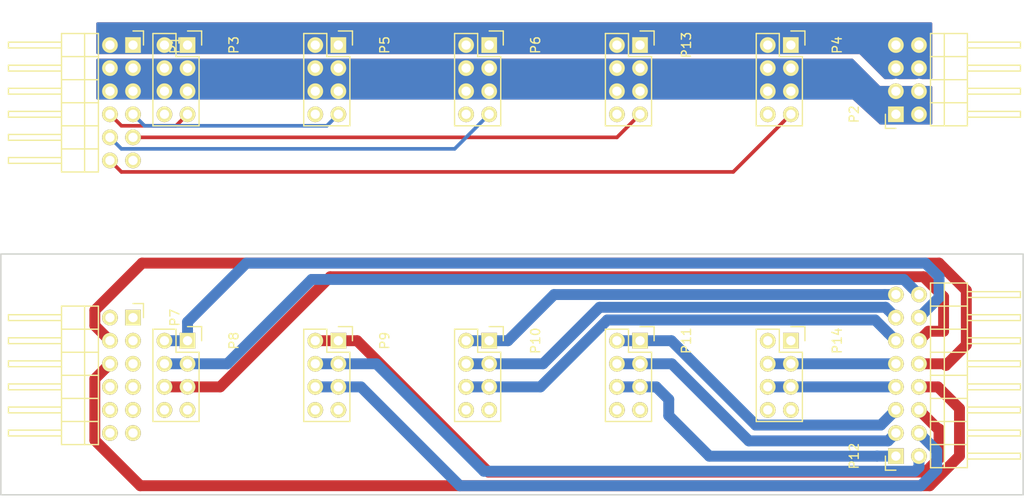
<source format=kicad_pcb>
(kicad_pcb (version 4) (host pcbnew 4.0.4-stable)

  (general
    (links 77)
    (no_connects 31)
    (area 43.674999 62.924999 156.325001 89.575001)
    (thickness 1.6)
    (drawings 8)
    (tracks 115)
    (zones 0)
    (modules 14)
    (nets 24)
  )

  (page A4)
  (layers
    (0 F.Cu signal)
    (31 B.Cu signal)
    (32 B.Adhes user)
    (33 F.Adhes user)
    (34 B.Paste user)
    (35 F.Paste user)
    (36 B.SilkS user)
    (37 F.SilkS user)
    (38 B.Mask user)
    (39 F.Mask user)
    (40 Dwgs.User user)
    (41 Cmts.User user)
    (42 Eco1.User user)
    (43 Eco2.User user)
    (44 Edge.Cuts user)
    (45 Margin user)
    (46 B.CrtYd user)
    (47 F.CrtYd user)
    (48 B.Fab user)
    (49 F.Fab user)
  )

  (setup
    (last_trace_width 1.2)
    (trace_clearance 0.2)
    (zone_clearance 0.508)
    (zone_45_only no)
    (trace_min 0.2)
    (segment_width 0.2)
    (edge_width 0.15)
    (via_size 0.6)
    (via_drill 0.4)
    (via_min_size 0.4)
    (via_min_drill 0.3)
    (uvia_size 0.3)
    (uvia_drill 0.1)
    (uvias_allowed no)
    (uvia_min_size 0.2)
    (uvia_min_drill 0.1)
    (pcb_text_width 0.3)
    (pcb_text_size 1.5 1.5)
    (mod_edge_width 0.15)
    (mod_text_size 1 1)
    (mod_text_width 0.15)
    (pad_size 1.7272 1.7272)
    (pad_drill 1.016)
    (pad_to_mask_clearance 0.2)
    (aux_axis_origin 0 0)
    (visible_elements 7FFFEFFF)
    (pcbplotparams
      (layerselection 0x00030_80000001)
      (usegerberextensions false)
      (excludeedgelayer true)
      (linewidth 0.100000)
      (plotframeref false)
      (viasonmask false)
      (mode 1)
      (useauxorigin false)
      (hpglpennumber 1)
      (hpglpenspeed 20)
      (hpglpendiameter 15)
      (hpglpenoverlay 2)
      (psnegative false)
      (psa4output false)
      (plotreference true)
      (plotvalue true)
      (plotinvisibletext false)
      (padsonsilk false)
      (subtractmaskfromsilk false)
      (outputformat 1)
      (mirror false)
      (drillshape 1)
      (scaleselection 1)
      (outputdirectory ""))
  )

  (net 0 "")
  (net 1 /CH_5)
  (net 2 /CH_3)
  (net 3 /CH_4)
  (net 4 /CH_1)
  (net 5 /CH_2)
  (net 6 GND)
  (net 7 /V_BAT+)
  (net 8 /A1)
  (net 9 /A2)
  (net 10 /A3)
  (net 11 /B1)
  (net 12 /B2)
  (net 13 /B3)
  (net 14 /C1)
  (net 15 /C2)
  (net 16 /C3)
  (net 17 /D1)
  (net 18 /D2)
  (net 19 /D3)
  (net 20 /LED1+)
  (net 21 /LED1-)
  (net 22 /SCL)
  (net 23 /SDA)

  (net_class Default "This is the default net class."
    (clearance 0.2)
    (trace_width 1.2)
    (via_dia 0.6)
    (via_drill 0.4)
    (uvia_dia 0.3)
    (uvia_drill 0.1)
    (add_net /A1)
    (add_net /A2)
    (add_net /A3)
    (add_net /B1)
    (add_net /B2)
    (add_net /B3)
    (add_net /C1)
    (add_net /C2)
    (add_net /C3)
    (add_net /CH_1)
    (add_net /CH_2)
    (add_net /CH_3)
    (add_net /CH_4)
    (add_net /CH_5)
    (add_net /D1)
    (add_net /D2)
    (add_net /D3)
    (add_net /LED1+)
    (add_net /LED1-)
    (add_net /SCL)
    (add_net /SDA)
    (add_net /V_BAT+)
    (add_net GND)
  )

  (module "KiCad_Footprint:FCI 68021-412HLF_02x06" locked (layer F.Cu) (tedit 580C2C3E) (tstamp 580CE40F)
    (at 58.29 40 270)
    (descr "Through hole socket strip")
    (tags "socket strip")
    (path /580CE124)
    (fp_text reference P1 (at 0 -4.6 270) (layer F.SilkS)
      (effects (font (size 1 1) (thickness 0.15)))
    )
    (fp_text value CONN_02X06 (at 0 -2.6 270) (layer F.Fab)
      (effects (font (size 1 1) (thickness 0.15)))
    )
    (fp_line (start 0.32 13.71) (end 0.32 7.87) (layer F.SilkS) (width 0.15))
    (fp_line (start -0.32 13.71) (end 0.32 13.71) (layer F.SilkS) (width 0.15))
    (fp_line (start -0.32 7.87) (end -0.32 13.71) (layer F.SilkS) (width 0.15))
    (fp_line (start -1.27 7.87) (end 13.97 7.87) (layer F.SilkS) (width 0.15))
    (fp_line (start -1.27 5.33) (end 13.97 5.33) (layer F.SilkS) (width 0.15))
    (fp_line (start -1.75 -1.35) (end -1.75 14) (layer F.CrtYd) (width 0.05))
    (fp_line (start 14.45 -1.35) (end 14.45 14) (layer F.CrtYd) (width 0.05))
    (fp_line (start -1.75 -1.35) (end 14.45 -1.35) (layer F.CrtYd) (width 0.05))
    (fp_line (start -1.75 14) (end 14.45 14) (layer F.CrtYd) (width 0.05))
    (fp_line (start 11.43 3.81) (end 13.97 3.81) (layer F.SilkS) (width 0.15))
    (fp_line (start 13.97 3.81) (end 13.97 7.87) (layer F.SilkS) (width 0.15))
    (fp_line (start 8.89 3.81) (end 11.43 3.81) (layer F.SilkS) (width 0.15))
    (fp_line (start 11.43 7.87) (end 11.43 3.81) (layer F.SilkS) (width 0.15))
    (fp_line (start 6.35 3.81) (end 8.89 3.81) (layer F.SilkS) (width 0.15))
    (fp_line (start 8.89 3.81) (end 8.89 7.87) (layer F.SilkS) (width 0.15))
    (fp_line (start 3.81 3.81) (end 6.35 3.81) (layer F.SilkS) (width 0.15))
    (fp_line (start 6.35 7.87) (end 6.35 3.81) (layer F.SilkS) (width 0.15))
    (fp_line (start 1.27 3.81) (end 3.81 3.81) (layer F.SilkS) (width 0.15))
    (fp_line (start 3.81 3.81) (end 3.81 7.87) (layer F.SilkS) (width 0.15))
    (fp_line (start 1.27 3.81) (end 1.27 7.87) (layer F.SilkS) (width 0.15))
    (fp_line (start -1.27 3.81) (end 1.27 3.81) (layer F.SilkS) (width 0.15))
    (fp_line (start 0 -1.15) (end -1.55 -1.15) (layer F.SilkS) (width 0.15))
    (fp_line (start -1.55 -1.15) (end -1.55 0) (layer F.SilkS) (width 0.15))
    (fp_line (start -1.27 3.81) (end -1.27 7.87) (layer F.SilkS) (width 0.15))
    (fp_line (start 2.86 13.71) (end 2.86 7.87) (layer F.SilkS) (width 0.15))
    (fp_line (start 5.4 13.71) (end 5.4 7.87) (layer F.SilkS) (width 0.15))
    (fp_line (start 7.94 13.71) (end 7.94 7.87) (layer F.SilkS) (width 0.15))
    (fp_line (start 10.48 13.71) (end 10.48 7.87) (layer F.SilkS) (width 0.15))
    (fp_line (start 13.02 13.71) (end 13.02 7.87) (layer F.SilkS) (width 0.15))
    (fp_line (start 2.22 7.87) (end 2.22 13.71) (layer F.SilkS) (width 0.15))
    (fp_line (start 4.76 7.87) (end 4.76 13.71) (layer F.SilkS) (width 0.15))
    (fp_line (start 7.3 7.87) (end 7.3 13.71) (layer F.SilkS) (width 0.15))
    (fp_line (start 9.84 7.87) (end 9.84 13.71) (layer F.SilkS) (width 0.15))
    (fp_line (start 12.38 7.87) (end 12.38 13.71) (layer F.SilkS) (width 0.15))
    (fp_line (start 2.22 13.71) (end 2.86 13.71) (layer F.SilkS) (width 0.15))
    (fp_line (start 4.76 13.71) (end 5.4 13.71) (layer F.SilkS) (width 0.15))
    (fp_line (start 7.3 13.71) (end 7.94 13.71) (layer F.SilkS) (width 0.15))
    (fp_line (start 9.84 13.71) (end 10.48 13.71) (layer F.SilkS) (width 0.15))
    (fp_line (start 12.38 13.71) (end 13.02 13.71) (layer F.SilkS) (width 0.15))
    (pad 1 thru_hole rect (at 0 0 270) (size 1.7272 1.7272) (drill 1.016) (layers *.Cu *.Mask F.SilkS)
      (net 7 /V_BAT+))
    (pad 2 thru_hole oval (at 0 2.54 270) (size 1.7272 1.7272) (drill 1.016) (layers *.Cu *.Mask F.SilkS)
      (net 7 /V_BAT+))
    (pad 3 thru_hole oval (at 2.54 0 270) (size 1.7272 1.7272) (drill 1.016) (layers *.Cu *.Mask F.SilkS)
      (net 6 GND))
    (pad 4 thru_hole oval (at 2.54 2.54 270) (size 1.7272 1.7272) (drill 1.016) (layers *.Cu *.Mask F.SilkS)
      (net 6 GND))
    (pad 5 thru_hole oval (at 5.08 0 270) (size 1.7272 1.7272) (drill 1.016) (layers *.Cu *.Mask F.SilkS)
      (net 6 GND))
    (pad 6 thru_hole oval (at 5.08 2.54 270) (size 1.7272 1.7272) (drill 1.016) (layers *.Cu *.Mask F.SilkS)
      (net 6 GND))
    (pad 7 thru_hole oval (at 7.62 0 270) (size 1.7272 1.7272) (drill 1.016) (layers *.Cu *.Mask F.SilkS)
      (net 5 /CH_2))
    (pad 8 thru_hole oval (at 7.62 2.54 270) (size 1.7272 1.7272) (drill 1.016) (layers *.Cu *.Mask F.SilkS)
      (net 4 /CH_1))
    (pad 9 thru_hole oval (at 10.16 0 270) (size 1.7272 1.7272) (drill 1.016) (layers *.Cu *.Mask F.SilkS)
      (net 3 /CH_4))
    (pad 10 thru_hole oval (at 10.16 2.54 270) (size 1.7272 1.7272) (drill 1.016) (layers *.Cu *.Mask F.SilkS)
      (net 2 /CH_3))
    (pad 11 thru_hole oval (at 12.7 0 270) (size 1.7272 1.7272) (drill 1.016) (layers *.Cu *.Mask F.SilkS))
    (pad 12 thru_hole oval (at 12.7 2.54 270) (size 1.7272 1.7272) (drill 1.016) (layers *.Cu *.Mask F.SilkS)
      (net 1 /CH_5))
    (model Socket_Strips.3dshapes/Socket_Strip_Angled_2x06.wrl
      (at (xyz 0.25 -0.05 0))
      (scale (xyz 1 1 1))
      (rotate (xyz 0 0 180))
    )
  )

  (module "KiCad_Footprint:FCI 68021-412HLF_02x06" locked (layer F.Cu) (tedit 580C2C3E) (tstamp 580CE663)
    (at 58.29 70 270)
    (descr "Through hole socket strip")
    (tags "socket strip")
    (path /580CF17A)
    (fp_text reference P7 (at 0 -4.6 270) (layer F.SilkS)
      (effects (font (size 1 1) (thickness 0.15)))
    )
    (fp_text value CONN_02X06 (at 0 -2.6 270) (layer F.Fab)
      (effects (font (size 1 1) (thickness 0.15)))
    )
    (fp_line (start 0.32 13.71) (end 0.32 7.87) (layer F.SilkS) (width 0.15))
    (fp_line (start -0.32 13.71) (end 0.32 13.71) (layer F.SilkS) (width 0.15))
    (fp_line (start -0.32 7.87) (end -0.32 13.71) (layer F.SilkS) (width 0.15))
    (fp_line (start -1.27 7.87) (end 13.97 7.87) (layer F.SilkS) (width 0.15))
    (fp_line (start -1.27 5.33) (end 13.97 5.33) (layer F.SilkS) (width 0.15))
    (fp_line (start -1.75 -1.35) (end -1.75 14) (layer F.CrtYd) (width 0.05))
    (fp_line (start 14.45 -1.35) (end 14.45 14) (layer F.CrtYd) (width 0.05))
    (fp_line (start -1.75 -1.35) (end 14.45 -1.35) (layer F.CrtYd) (width 0.05))
    (fp_line (start -1.75 14) (end 14.45 14) (layer F.CrtYd) (width 0.05))
    (fp_line (start 11.43 3.81) (end 13.97 3.81) (layer F.SilkS) (width 0.15))
    (fp_line (start 13.97 3.81) (end 13.97 7.87) (layer F.SilkS) (width 0.15))
    (fp_line (start 8.89 3.81) (end 11.43 3.81) (layer F.SilkS) (width 0.15))
    (fp_line (start 11.43 7.87) (end 11.43 3.81) (layer F.SilkS) (width 0.15))
    (fp_line (start 6.35 3.81) (end 8.89 3.81) (layer F.SilkS) (width 0.15))
    (fp_line (start 8.89 3.81) (end 8.89 7.87) (layer F.SilkS) (width 0.15))
    (fp_line (start 3.81 3.81) (end 6.35 3.81) (layer F.SilkS) (width 0.15))
    (fp_line (start 6.35 7.87) (end 6.35 3.81) (layer F.SilkS) (width 0.15))
    (fp_line (start 1.27 3.81) (end 3.81 3.81) (layer F.SilkS) (width 0.15))
    (fp_line (start 3.81 3.81) (end 3.81 7.87) (layer F.SilkS) (width 0.15))
    (fp_line (start 1.27 3.81) (end 1.27 7.87) (layer F.SilkS) (width 0.15))
    (fp_line (start -1.27 3.81) (end 1.27 3.81) (layer F.SilkS) (width 0.15))
    (fp_line (start 0 -1.15) (end -1.55 -1.15) (layer F.SilkS) (width 0.15))
    (fp_line (start -1.55 -1.15) (end -1.55 0) (layer F.SilkS) (width 0.15))
    (fp_line (start -1.27 3.81) (end -1.27 7.87) (layer F.SilkS) (width 0.15))
    (fp_line (start 2.86 13.71) (end 2.86 7.87) (layer F.SilkS) (width 0.15))
    (fp_line (start 5.4 13.71) (end 5.4 7.87) (layer F.SilkS) (width 0.15))
    (fp_line (start 7.94 13.71) (end 7.94 7.87) (layer F.SilkS) (width 0.15))
    (fp_line (start 10.48 13.71) (end 10.48 7.87) (layer F.SilkS) (width 0.15))
    (fp_line (start 13.02 13.71) (end 13.02 7.87) (layer F.SilkS) (width 0.15))
    (fp_line (start 2.22 7.87) (end 2.22 13.71) (layer F.SilkS) (width 0.15))
    (fp_line (start 4.76 7.87) (end 4.76 13.71) (layer F.SilkS) (width 0.15))
    (fp_line (start 7.3 7.87) (end 7.3 13.71) (layer F.SilkS) (width 0.15))
    (fp_line (start 9.84 7.87) (end 9.84 13.71) (layer F.SilkS) (width 0.15))
    (fp_line (start 12.38 7.87) (end 12.38 13.71) (layer F.SilkS) (width 0.15))
    (fp_line (start 2.22 13.71) (end 2.86 13.71) (layer F.SilkS) (width 0.15))
    (fp_line (start 4.76 13.71) (end 5.4 13.71) (layer F.SilkS) (width 0.15))
    (fp_line (start 7.3 13.71) (end 7.94 13.71) (layer F.SilkS) (width 0.15))
    (fp_line (start 9.84 13.71) (end 10.48 13.71) (layer F.SilkS) (width 0.15))
    (fp_line (start 12.38 13.71) (end 13.02 13.71) (layer F.SilkS) (width 0.15))
    (pad 1 thru_hole rect (at 0 0 270) (size 1.7272 1.7272) (drill 1.016) (layers *.Cu *.Mask F.SilkS))
    (pad 2 thru_hole oval (at 0 2.54 270) (size 1.7272 1.7272) (drill 1.016) (layers *.Cu *.Mask F.SilkS))
    (pad 3 thru_hole oval (at 2.54 0 270) (size 1.7272 1.7272) (drill 1.016) (layers *.Cu *.Mask F.SilkS))
    (pad 4 thru_hole oval (at 2.54 2.54 270) (size 1.7272 1.7272) (drill 1.016) (layers *.Cu *.Mask F.SilkS)
      (net 22 /SCL))
    (pad 5 thru_hole oval (at 5.08 0 270) (size 1.7272 1.7272) (drill 1.016) (layers *.Cu *.Mask F.SilkS))
    (pad 6 thru_hole oval (at 5.08 2.54 270) (size 1.7272 1.7272) (drill 1.016) (layers *.Cu *.Mask F.SilkS)
      (net 23 /SDA))
    (pad 7 thru_hole oval (at 7.62 0 270) (size 1.7272 1.7272) (drill 1.016) (layers *.Cu *.Mask F.SilkS))
    (pad 8 thru_hole oval (at 7.62 2.54 270) (size 1.7272 1.7272) (drill 1.016) (layers *.Cu *.Mask F.SilkS))
    (pad 9 thru_hole oval (at 10.16 0 270) (size 1.7272 1.7272) (drill 1.016) (layers *.Cu *.Mask F.SilkS))
    (pad 10 thru_hole oval (at 10.16 2.54 270) (size 1.7272 1.7272) (drill 1.016) (layers *.Cu *.Mask F.SilkS))
    (pad 11 thru_hole oval (at 12.7 0 270) (size 1.7272 1.7272) (drill 1.016) (layers *.Cu *.Mask F.SilkS))
    (pad 12 thru_hole oval (at 12.7 2.54 270) (size 1.7272 1.7272) (drill 1.016) (layers *.Cu *.Mask F.SilkS))
    (model Socket_Strips.3dshapes/Socket_Strip_Angled_2x06.wrl
      (at (xyz 0.25 -0.05 0))
      (scale (xyz 1 1 1))
      (rotate (xyz 0 0 180))
    )
  )

  (module Socket_Strips:Socket_Strip_Straight_2x04 (layer F.Cu) (tedit 0) (tstamp 580CE67B)
    (at 64.29 72.54 270)
    (descr "Through hole socket strip")
    (tags "socket strip")
    (path /580CF758)
    (fp_text reference P8 (at 0 -5.1 270) (layer F.SilkS)
      (effects (font (size 1 1) (thickness 0.15)))
    )
    (fp_text value CONN_02X04 (at 0 -3.1 270) (layer F.Fab)
      (effects (font (size 1 1) (thickness 0.15)))
    )
    (fp_line (start -1.75 -1.75) (end -1.75 4.3) (layer F.CrtYd) (width 0.05))
    (fp_line (start 9.4 -1.75) (end 9.4 4.3) (layer F.CrtYd) (width 0.05))
    (fp_line (start -1.75 -1.75) (end 9.4 -1.75) (layer F.CrtYd) (width 0.05))
    (fp_line (start -1.75 4.3) (end 9.4 4.3) (layer F.CrtYd) (width 0.05))
    (fp_line (start 1.27 -1.27) (end 8.89 -1.27) (layer F.SilkS) (width 0.15))
    (fp_line (start 8.89 -1.27) (end 8.89 3.81) (layer F.SilkS) (width 0.15))
    (fp_line (start 8.89 3.81) (end -1.27 3.81) (layer F.SilkS) (width 0.15))
    (fp_line (start -1.27 3.81) (end -1.27 1.27) (layer F.SilkS) (width 0.15))
    (fp_line (start 0 -1.55) (end -1.55 -1.55) (layer F.SilkS) (width 0.15))
    (fp_line (start -1.27 1.27) (end 1.27 1.27) (layer F.SilkS) (width 0.15))
    (fp_line (start 1.27 1.27) (end 1.27 -1.27) (layer F.SilkS) (width 0.15))
    (fp_line (start -1.55 -1.55) (end -1.55 0) (layer F.SilkS) (width 0.15))
    (pad 1 thru_hole rect (at 0 0 270) (size 1.7272 1.7272) (drill 1.016) (layers *.Cu *.Mask F.SilkS)
      (net 8 /A1))
    (pad 2 thru_hole oval (at 0 2.54 270) (size 1.7272 1.7272) (drill 1.016) (layers *.Cu *.Mask F.SilkS)
      (net 8 /A1))
    (pad 3 thru_hole oval (at 2.54 0 270) (size 1.7272 1.7272) (drill 1.016) (layers *.Cu *.Mask F.SilkS)
      (net 9 /A2))
    (pad 4 thru_hole oval (at 2.54 2.54 270) (size 1.7272 1.7272) (drill 1.016) (layers *.Cu *.Mask F.SilkS)
      (net 9 /A2))
    (pad 5 thru_hole oval (at 5.08 0 270) (size 1.7272 1.7272) (drill 1.016) (layers *.Cu *.Mask F.SilkS)
      (net 10 /A3))
    (pad 6 thru_hole oval (at 5.08 2.54 270) (size 1.7272 1.7272) (drill 1.016) (layers *.Cu *.Mask F.SilkS)
      (net 10 /A3))
    (pad 7 thru_hole oval (at 7.62 0 270) (size 1.7272 1.7272) (drill 1.016) (layers *.Cu *.Mask F.SilkS))
    (pad 8 thru_hole oval (at 7.62 2.54 270) (size 1.7272 1.7272) (drill 1.016) (layers *.Cu *.Mask F.SilkS))
    (model Socket_Strips.3dshapes/Socket_Strip_Straight_2x04.wrl
      (at (xyz 0.15 -0.05 0))
      (scale (xyz 1 1 1))
      (rotate (xyz 0 0 180))
    )
  )

  (module Socket_Strips:Socket_Strip_Straight_2x04 (layer F.Cu) (tedit 0) (tstamp 580CE693)
    (at 80.89 72.54 270)
    (descr "Through hole socket strip")
    (tags "socket strip")
    (path /580CFB5E)
    (fp_text reference P9 (at 0 -5.1 270) (layer F.SilkS)
      (effects (font (size 1 1) (thickness 0.15)))
    )
    (fp_text value CONN_02X04 (at 0 -3.1 270) (layer F.Fab)
      (effects (font (size 1 1) (thickness 0.15)))
    )
    (fp_line (start -1.75 -1.75) (end -1.75 4.3) (layer F.CrtYd) (width 0.05))
    (fp_line (start 9.4 -1.75) (end 9.4 4.3) (layer F.CrtYd) (width 0.05))
    (fp_line (start -1.75 -1.75) (end 9.4 -1.75) (layer F.CrtYd) (width 0.05))
    (fp_line (start -1.75 4.3) (end 9.4 4.3) (layer F.CrtYd) (width 0.05))
    (fp_line (start 1.27 -1.27) (end 8.89 -1.27) (layer F.SilkS) (width 0.15))
    (fp_line (start 8.89 -1.27) (end 8.89 3.81) (layer F.SilkS) (width 0.15))
    (fp_line (start 8.89 3.81) (end -1.27 3.81) (layer F.SilkS) (width 0.15))
    (fp_line (start -1.27 3.81) (end -1.27 1.27) (layer F.SilkS) (width 0.15))
    (fp_line (start 0 -1.55) (end -1.55 -1.55) (layer F.SilkS) (width 0.15))
    (fp_line (start -1.27 1.27) (end 1.27 1.27) (layer F.SilkS) (width 0.15))
    (fp_line (start 1.27 1.27) (end 1.27 -1.27) (layer F.SilkS) (width 0.15))
    (fp_line (start -1.55 -1.55) (end -1.55 0) (layer F.SilkS) (width 0.15))
    (pad 1 thru_hole rect (at 0 0 270) (size 1.7272 1.7272) (drill 1.016) (layers *.Cu *.Mask F.SilkS)
      (net 11 /B1))
    (pad 2 thru_hole oval (at 0 2.54 270) (size 1.7272 1.7272) (drill 1.016) (layers *.Cu *.Mask F.SilkS)
      (net 11 /B1))
    (pad 3 thru_hole oval (at 2.54 0 270) (size 1.7272 1.7272) (drill 1.016) (layers *.Cu *.Mask F.SilkS)
      (net 12 /B2))
    (pad 4 thru_hole oval (at 2.54 2.54 270) (size 1.7272 1.7272) (drill 1.016) (layers *.Cu *.Mask F.SilkS)
      (net 12 /B2))
    (pad 5 thru_hole oval (at 5.08 0 270) (size 1.7272 1.7272) (drill 1.016) (layers *.Cu *.Mask F.SilkS)
      (net 13 /B3))
    (pad 6 thru_hole oval (at 5.08 2.54 270) (size 1.7272 1.7272) (drill 1.016) (layers *.Cu *.Mask F.SilkS)
      (net 13 /B3))
    (pad 7 thru_hole oval (at 7.62 0 270) (size 1.7272 1.7272) (drill 1.016) (layers *.Cu *.Mask F.SilkS))
    (pad 8 thru_hole oval (at 7.62 2.54 270) (size 1.7272 1.7272) (drill 1.016) (layers *.Cu *.Mask F.SilkS))
    (model Socket_Strips.3dshapes/Socket_Strip_Straight_2x04.wrl
      (at (xyz 0.15 -0.05 0))
      (scale (xyz 1 1 1))
      (rotate (xyz 0 0 180))
    )
  )

  (module Socket_Strips:Socket_Strip_Straight_2x04 (layer F.Cu) (tedit 0) (tstamp 580CE6AB)
    (at 97.49 72.54 270)
    (descr "Through hole socket strip")
    (tags "socket strip")
    (path /580CFBDB)
    (fp_text reference P10 (at 0 -5.1 270) (layer F.SilkS)
      (effects (font (size 1 1) (thickness 0.15)))
    )
    (fp_text value CONN_02X04 (at 0 -3.1 270) (layer F.Fab)
      (effects (font (size 1 1) (thickness 0.15)))
    )
    (fp_line (start -1.75 -1.75) (end -1.75 4.3) (layer F.CrtYd) (width 0.05))
    (fp_line (start 9.4 -1.75) (end 9.4 4.3) (layer F.CrtYd) (width 0.05))
    (fp_line (start -1.75 -1.75) (end 9.4 -1.75) (layer F.CrtYd) (width 0.05))
    (fp_line (start -1.75 4.3) (end 9.4 4.3) (layer F.CrtYd) (width 0.05))
    (fp_line (start 1.27 -1.27) (end 8.89 -1.27) (layer F.SilkS) (width 0.15))
    (fp_line (start 8.89 -1.27) (end 8.89 3.81) (layer F.SilkS) (width 0.15))
    (fp_line (start 8.89 3.81) (end -1.27 3.81) (layer F.SilkS) (width 0.15))
    (fp_line (start -1.27 3.81) (end -1.27 1.27) (layer F.SilkS) (width 0.15))
    (fp_line (start 0 -1.55) (end -1.55 -1.55) (layer F.SilkS) (width 0.15))
    (fp_line (start -1.27 1.27) (end 1.27 1.27) (layer F.SilkS) (width 0.15))
    (fp_line (start 1.27 1.27) (end 1.27 -1.27) (layer F.SilkS) (width 0.15))
    (fp_line (start -1.55 -1.55) (end -1.55 0) (layer F.SilkS) (width 0.15))
    (pad 1 thru_hole rect (at 0 0 270) (size 1.7272 1.7272) (drill 1.016) (layers *.Cu *.Mask F.SilkS)
      (net 14 /C1))
    (pad 2 thru_hole oval (at 0 2.54 270) (size 1.7272 1.7272) (drill 1.016) (layers *.Cu *.Mask F.SilkS)
      (net 14 /C1))
    (pad 3 thru_hole oval (at 2.54 0 270) (size 1.7272 1.7272) (drill 1.016) (layers *.Cu *.Mask F.SilkS)
      (net 15 /C2))
    (pad 4 thru_hole oval (at 2.54 2.54 270) (size 1.7272 1.7272) (drill 1.016) (layers *.Cu *.Mask F.SilkS)
      (net 15 /C2))
    (pad 5 thru_hole oval (at 5.08 0 270) (size 1.7272 1.7272) (drill 1.016) (layers *.Cu *.Mask F.SilkS)
      (net 16 /C3))
    (pad 6 thru_hole oval (at 5.08 2.54 270) (size 1.7272 1.7272) (drill 1.016) (layers *.Cu *.Mask F.SilkS)
      (net 16 /C3))
    (pad 7 thru_hole oval (at 7.62 0 270) (size 1.7272 1.7272) (drill 1.016) (layers *.Cu *.Mask F.SilkS))
    (pad 8 thru_hole oval (at 7.62 2.54 270) (size 1.7272 1.7272) (drill 1.016) (layers *.Cu *.Mask F.SilkS))
    (model Socket_Strips.3dshapes/Socket_Strip_Straight_2x04.wrl
      (at (xyz 0.15 -0.05 0))
      (scale (xyz 1 1 1))
      (rotate (xyz 0 0 180))
    )
  )

  (module Socket_Strips:Socket_Strip_Straight_2x04 (layer F.Cu) (tedit 0) (tstamp 580CE6C3)
    (at 114.09 72.54 270)
    (descr "Through hole socket strip")
    (tags "socket strip")
    (path /580CFC39)
    (fp_text reference P11 (at 0 -5.1 270) (layer F.SilkS)
      (effects (font (size 1 1) (thickness 0.15)))
    )
    (fp_text value CONN_02X04 (at 0 -3.1 270) (layer F.Fab)
      (effects (font (size 1 1) (thickness 0.15)))
    )
    (fp_line (start -1.75 -1.75) (end -1.75 4.3) (layer F.CrtYd) (width 0.05))
    (fp_line (start 9.4 -1.75) (end 9.4 4.3) (layer F.CrtYd) (width 0.05))
    (fp_line (start -1.75 -1.75) (end 9.4 -1.75) (layer F.CrtYd) (width 0.05))
    (fp_line (start -1.75 4.3) (end 9.4 4.3) (layer F.CrtYd) (width 0.05))
    (fp_line (start 1.27 -1.27) (end 8.89 -1.27) (layer F.SilkS) (width 0.15))
    (fp_line (start 8.89 -1.27) (end 8.89 3.81) (layer F.SilkS) (width 0.15))
    (fp_line (start 8.89 3.81) (end -1.27 3.81) (layer F.SilkS) (width 0.15))
    (fp_line (start -1.27 3.81) (end -1.27 1.27) (layer F.SilkS) (width 0.15))
    (fp_line (start 0 -1.55) (end -1.55 -1.55) (layer F.SilkS) (width 0.15))
    (fp_line (start -1.27 1.27) (end 1.27 1.27) (layer F.SilkS) (width 0.15))
    (fp_line (start 1.27 1.27) (end 1.27 -1.27) (layer F.SilkS) (width 0.15))
    (fp_line (start -1.55 -1.55) (end -1.55 0) (layer F.SilkS) (width 0.15))
    (pad 1 thru_hole rect (at 0 0 270) (size 1.7272 1.7272) (drill 1.016) (layers *.Cu *.Mask F.SilkS)
      (net 17 /D1))
    (pad 2 thru_hole oval (at 0 2.54 270) (size 1.7272 1.7272) (drill 1.016) (layers *.Cu *.Mask F.SilkS)
      (net 17 /D1))
    (pad 3 thru_hole oval (at 2.54 0 270) (size 1.7272 1.7272) (drill 1.016) (layers *.Cu *.Mask F.SilkS)
      (net 18 /D2))
    (pad 4 thru_hole oval (at 2.54 2.54 270) (size 1.7272 1.7272) (drill 1.016) (layers *.Cu *.Mask F.SilkS)
      (net 18 /D2))
    (pad 5 thru_hole oval (at 5.08 0 270) (size 1.7272 1.7272) (drill 1.016) (layers *.Cu *.Mask F.SilkS)
      (net 19 /D3))
    (pad 6 thru_hole oval (at 5.08 2.54 270) (size 1.7272 1.7272) (drill 1.016) (layers *.Cu *.Mask F.SilkS)
      (net 19 /D3))
    (pad 7 thru_hole oval (at 7.62 0 270) (size 1.7272 1.7272) (drill 1.016) (layers *.Cu *.Mask F.SilkS))
    (pad 8 thru_hole oval (at 7.62 2.54 270) (size 1.7272 1.7272) (drill 1.016) (layers *.Cu *.Mask F.SilkS))
    (model Socket_Strips.3dshapes/Socket_Strip_Straight_2x04.wrl
      (at (xyz 0.15 -0.05 0))
      (scale (xyz 1 1 1))
      (rotate (xyz 0 0 180))
    )
  )

  (module KiCad_Footprint:Socket_Strip_Angled_2x04 locked (layer F.Cu) (tedit 580C40D9) (tstamp 580CEE65)
    (at 142.25 47.62 90)
    (descr "Through hole socket strip")
    (tags "socket strip")
    (path /580D0290)
    (fp_text reference P2 (at 0 -4.6 90) (layer F.SilkS)
      (effects (font (size 1 1) (thickness 0.15)))
    )
    (fp_text value CONN_02X04 (at 0 -2.6 90) (layer F.Fab)
      (effects (font (size 1 1) (thickness 0.15)))
    )
    (fp_line (start 0.32 13.71) (end 0.32 7.87) (layer F.SilkS) (width 0.15))
    (fp_line (start -0.32 13.71) (end 0.32 13.71) (layer F.SilkS) (width 0.15))
    (fp_line (start -0.32 7.87) (end -0.32 13.71) (layer F.SilkS) (width 0.15))
    (fp_line (start -1.27 7.87) (end 8.89 7.87) (layer F.SilkS) (width 0.15))
    (fp_line (start -1.27 5.33) (end 8.89 5.33) (layer F.SilkS) (width 0.15))
    (fp_line (start -1.75 -1.35) (end -1.75 14) (layer F.CrtYd) (width 0.05))
    (fp_line (start 9.144 -1.35) (end 9.144 14) (layer F.CrtYd) (width 0.05))
    (fp_line (start -1.75 -1.35) (end 9.144 -1.35) (layer F.CrtYd) (width 0.05))
    (fp_line (start -1.75 14) (end 9.144 14) (layer F.CrtYd) (width 0.05))
    (fp_line (start 6.35 3.81) (end 8.89 3.81) (layer F.SilkS) (width 0.15))
    (fp_line (start 8.89 3.81) (end 8.89 7.87) (layer F.SilkS) (width 0.15))
    (fp_line (start 3.81 3.81) (end 6.35 3.81) (layer F.SilkS) (width 0.15))
    (fp_line (start 6.35 7.87) (end 6.35 3.81) (layer F.SilkS) (width 0.15))
    (fp_line (start 1.27 3.81) (end 3.81 3.81) (layer F.SilkS) (width 0.15))
    (fp_line (start 3.81 3.81) (end 3.81 7.87) (layer F.SilkS) (width 0.15))
    (fp_line (start 1.27 3.81) (end 1.27 7.87) (layer F.SilkS) (width 0.15))
    (fp_line (start -1.27 3.81) (end 1.27 3.81) (layer F.SilkS) (width 0.15))
    (fp_line (start 0 -1.15) (end -1.55 -1.15) (layer F.SilkS) (width 0.15))
    (fp_line (start -1.55 -1.15) (end -1.55 0) (layer F.SilkS) (width 0.15))
    (fp_line (start -1.27 3.81) (end -1.27 7.87) (layer F.SilkS) (width 0.15))
    (fp_line (start 2.86 13.71) (end 2.86 7.87) (layer F.SilkS) (width 0.15))
    (fp_line (start 5.4 13.71) (end 5.4 7.87) (layer F.SilkS) (width 0.15))
    (fp_line (start 7.94 13.71) (end 7.94 7.87) (layer F.SilkS) (width 0.15))
    (fp_line (start 2.22 7.87) (end 2.22 13.71) (layer F.SilkS) (width 0.15))
    (fp_line (start 4.76 7.87) (end 4.76 13.71) (layer F.SilkS) (width 0.15))
    (fp_line (start 7.3 7.87) (end 7.3 13.71) (layer F.SilkS) (width 0.15))
    (fp_line (start 2.22 13.71) (end 2.86 13.71) (layer F.SilkS) (width 0.15))
    (fp_line (start 4.76 13.71) (end 5.4 13.71) (layer F.SilkS) (width 0.15))
    (fp_line (start 7.3 13.71) (end 7.94 13.71) (layer F.SilkS) (width 0.15))
    (pad 1 thru_hole rect (at 0 0 90) (size 1.7272 1.7272) (drill 1.016) (layers *.Cu *.Mask F.SilkS)
      (net 6 GND))
    (pad 2 thru_hole oval (at 0 2.54 90) (size 1.7272 1.7272) (drill 1.016) (layers *.Cu *.Mask F.SilkS)
      (net 6 GND))
    (pad 3 thru_hole oval (at 2.54 0 90) (size 1.7272 1.7272) (drill 1.016) (layers *.Cu *.Mask F.SilkS)
      (net 6 GND))
    (pad 4 thru_hole oval (at 2.54 2.54 90) (size 1.7272 1.7272) (drill 1.016) (layers *.Cu *.Mask F.SilkS)
      (net 6 GND))
    (pad 5 thru_hole oval (at 5.08 0 90) (size 1.7272 1.7272) (drill 1.016) (layers *.Cu *.Mask F.SilkS)
      (net 7 /V_BAT+))
    (pad 6 thru_hole oval (at 5.08 2.54 90) (size 1.7272 1.7272) (drill 1.016) (layers *.Cu *.Mask F.SilkS)
      (net 7 /V_BAT+))
    (pad 7 thru_hole oval (at 7.62 0 90) (size 1.7272 1.7272) (drill 1.016) (layers *.Cu *.Mask F.SilkS)
      (net 7 /V_BAT+))
    (pad 8 thru_hole oval (at 7.62 2.54 90) (size 1.7272 1.7272) (drill 1.016) (layers *.Cu *.Mask F.SilkS)
      (net 7 /V_BAT+))
    (model Socket_Strips.3dshapes/Socket_Strip_Angled_2x04.wrl
      (at (xyz 0.15 -0.05 0))
      (scale (xyz 1 1 1))
      (rotate (xyz 0 0 180))
    )
  )

  (module Socket_Strips:Socket_Strip_Straight_2x04 (layer F.Cu) (tedit 580CF357) (tstamp 580CEE8D)
    (at 64.29 40 270)
    (descr "Through hole socket strip")
    (tags "socket strip")
    (path /580CF14A)
    (fp_text reference P3 (at 0 -5.1 270) (layer F.SilkS)
      (effects (font (size 1 1) (thickness 0.15)))
    )
    (fp_text value CONN_02X04 (at 0 -3.1 270) (layer F.Fab)
      (effects (font (size 1 1) (thickness 0.15)))
    )
    (fp_line (start -1.75 -1.75) (end -1.75 4.3) (layer F.CrtYd) (width 0.05))
    (fp_line (start 9.4 -1.75) (end 9.4 4.3) (layer F.CrtYd) (width 0.05))
    (fp_line (start -1.75 -1.75) (end 9.4 -1.75) (layer F.CrtYd) (width 0.05))
    (fp_line (start -1.75 4.3) (end 9.4 4.3) (layer F.CrtYd) (width 0.05))
    (fp_line (start 1.27 -1.27) (end 8.89 -1.27) (layer F.SilkS) (width 0.15))
    (fp_line (start 8.89 -1.27) (end 8.89 3.81) (layer F.SilkS) (width 0.15))
    (fp_line (start 8.89 3.81) (end -1.27 3.81) (layer F.SilkS) (width 0.15))
    (fp_line (start -1.27 3.81) (end -1.27 1.27) (layer F.SilkS) (width 0.15))
    (fp_line (start 0 -1.55) (end -1.55 -1.55) (layer F.SilkS) (width 0.15))
    (fp_line (start -1.27 1.27) (end 1.27 1.27) (layer F.SilkS) (width 0.15))
    (fp_line (start 1.27 1.27) (end 1.27 -1.27) (layer F.SilkS) (width 0.15))
    (fp_line (start -1.55 -1.55) (end -1.55 0) (layer F.SilkS) (width 0.15))
    (pad 1 thru_hole rect (at 0 0 270) (size 1.7272 1.7272) (drill 1.016) (layers *.Cu *.Mask F.SilkS)
      (net 7 /V_BAT+))
    (pad 2 thru_hole oval (at 0 2.54 270) (size 1.7272 1.7272) (drill 1.016) (layers *.Cu *.Mask F.SilkS)
      (net 7 /V_BAT+))
    (pad 3 thru_hole oval (at 2.54 0 270) (size 1.7272 1.7272) (drill 1.016) (layers *.Cu *.Mask F.SilkS)
      (net 6 GND))
    (pad 4 thru_hole oval (at 2.54 2.54 270) (size 1.7272 1.7272) (drill 1.016) (layers *.Cu *.Mask F.SilkS)
      (net 6 GND))
    (pad 5 thru_hole oval (at 5.08 0 270) (size 1.7272 1.7272) (drill 1.016) (layers *.Cu *.Mask F.SilkS)
      (net 6 GND))
    (pad 6 thru_hole oval (at 5.08 2.54 270) (size 1.7272 1.7272) (drill 1.016) (layers *.Cu *.Mask F.SilkS)
      (net 6 GND))
    (pad 7 thru_hole oval (at 7.62 0 270) (size 1.7272 1.7272) (drill 1.016) (layers *.Cu *.Mask F.SilkS)
      (net 4 /CH_1))
    (pad 8 thru_hole oval (at 7.62 2.54 270) (size 1.7272 1.7272) (drill 1.016) (layers *.Cu *.Mask F.SilkS))
    (model Socket_Strips.3dshapes/Socket_Strip_Straight_2x04.wrl
      (at (xyz 0.15 -0.05 0))
      (scale (xyz 1 1 1))
      (rotate (xyz 0 0 180))
    )
  )

  (module Socket_Strips:Socket_Strip_Straight_2x04 (layer F.Cu) (tedit 0) (tstamp 580CEEA4)
    (at 130.69 40 270)
    (descr "Through hole socket strip")
    (tags "socket strip")
    (path /580CFFFE)
    (fp_text reference P4 (at 0 -5.1 270) (layer F.SilkS)
      (effects (font (size 1 1) (thickness 0.15)))
    )
    (fp_text value CONN_02X04 (at 0 -3.1 270) (layer F.Fab)
      (effects (font (size 1 1) (thickness 0.15)))
    )
    (fp_line (start -1.75 -1.75) (end -1.75 4.3) (layer F.CrtYd) (width 0.05))
    (fp_line (start 9.4 -1.75) (end 9.4 4.3) (layer F.CrtYd) (width 0.05))
    (fp_line (start -1.75 -1.75) (end 9.4 -1.75) (layer F.CrtYd) (width 0.05))
    (fp_line (start -1.75 4.3) (end 9.4 4.3) (layer F.CrtYd) (width 0.05))
    (fp_line (start 1.27 -1.27) (end 8.89 -1.27) (layer F.SilkS) (width 0.15))
    (fp_line (start 8.89 -1.27) (end 8.89 3.81) (layer F.SilkS) (width 0.15))
    (fp_line (start 8.89 3.81) (end -1.27 3.81) (layer F.SilkS) (width 0.15))
    (fp_line (start -1.27 3.81) (end -1.27 1.27) (layer F.SilkS) (width 0.15))
    (fp_line (start 0 -1.55) (end -1.55 -1.55) (layer F.SilkS) (width 0.15))
    (fp_line (start -1.27 1.27) (end 1.27 1.27) (layer F.SilkS) (width 0.15))
    (fp_line (start 1.27 1.27) (end 1.27 -1.27) (layer F.SilkS) (width 0.15))
    (fp_line (start -1.55 -1.55) (end -1.55 0) (layer F.SilkS) (width 0.15))
    (pad 1 thru_hole rect (at 0 0 270) (size 1.7272 1.7272) (drill 1.016) (layers *.Cu *.Mask F.SilkS)
      (net 7 /V_BAT+))
    (pad 2 thru_hole oval (at 0 2.54 270) (size 1.7272 1.7272) (drill 1.016) (layers *.Cu *.Mask F.SilkS)
      (net 7 /V_BAT+))
    (pad 3 thru_hole oval (at 2.54 0 270) (size 1.7272 1.7272) (drill 1.016) (layers *.Cu *.Mask F.SilkS)
      (net 6 GND))
    (pad 4 thru_hole oval (at 2.54 2.54 270) (size 1.7272 1.7272) (drill 1.016) (layers *.Cu *.Mask F.SilkS)
      (net 6 GND))
    (pad 5 thru_hole oval (at 5.08 0 270) (size 1.7272 1.7272) (drill 1.016) (layers *.Cu *.Mask F.SilkS)
      (net 6 GND))
    (pad 6 thru_hole oval (at 5.08 2.54 270) (size 1.7272 1.7272) (drill 1.016) (layers *.Cu *.Mask F.SilkS)
      (net 6 GND))
    (pad 7 thru_hole oval (at 7.62 0 270) (size 1.7272 1.7272) (drill 1.016) (layers *.Cu *.Mask F.SilkS)
      (net 1 /CH_5))
    (pad 8 thru_hole oval (at 7.62 2.54 270) (size 1.7272 1.7272) (drill 1.016) (layers *.Cu *.Mask F.SilkS))
    (model Socket_Strips.3dshapes/Socket_Strip_Straight_2x04.wrl
      (at (xyz 0.15 -0.05 0))
      (scale (xyz 1 1 1))
      (rotate (xyz 0 0 180))
    )
  )

  (module Socket_Strips:Socket_Strip_Straight_2x04 (layer F.Cu) (tedit 0) (tstamp 580CEEBB)
    (at 80.89 40 270)
    (descr "Through hole socket strip")
    (tags "socket strip")
    (path /580CF1BB)
    (fp_text reference P5 (at 0 -5.1 270) (layer F.SilkS)
      (effects (font (size 1 1) (thickness 0.15)))
    )
    (fp_text value CONN_02X04 (at 0 -3.1 270) (layer F.Fab)
      (effects (font (size 1 1) (thickness 0.15)))
    )
    (fp_line (start -1.75 -1.75) (end -1.75 4.3) (layer F.CrtYd) (width 0.05))
    (fp_line (start 9.4 -1.75) (end 9.4 4.3) (layer F.CrtYd) (width 0.05))
    (fp_line (start -1.75 -1.75) (end 9.4 -1.75) (layer F.CrtYd) (width 0.05))
    (fp_line (start -1.75 4.3) (end 9.4 4.3) (layer F.CrtYd) (width 0.05))
    (fp_line (start 1.27 -1.27) (end 8.89 -1.27) (layer F.SilkS) (width 0.15))
    (fp_line (start 8.89 -1.27) (end 8.89 3.81) (layer F.SilkS) (width 0.15))
    (fp_line (start 8.89 3.81) (end -1.27 3.81) (layer F.SilkS) (width 0.15))
    (fp_line (start -1.27 3.81) (end -1.27 1.27) (layer F.SilkS) (width 0.15))
    (fp_line (start 0 -1.55) (end -1.55 -1.55) (layer F.SilkS) (width 0.15))
    (fp_line (start -1.27 1.27) (end 1.27 1.27) (layer F.SilkS) (width 0.15))
    (fp_line (start 1.27 1.27) (end 1.27 -1.27) (layer F.SilkS) (width 0.15))
    (fp_line (start -1.55 -1.55) (end -1.55 0) (layer F.SilkS) (width 0.15))
    (pad 1 thru_hole rect (at 0 0 270) (size 1.7272 1.7272) (drill 1.016) (layers *.Cu *.Mask F.SilkS)
      (net 7 /V_BAT+))
    (pad 2 thru_hole oval (at 0 2.54 270) (size 1.7272 1.7272) (drill 1.016) (layers *.Cu *.Mask F.SilkS)
      (net 7 /V_BAT+))
    (pad 3 thru_hole oval (at 2.54 0 270) (size 1.7272 1.7272) (drill 1.016) (layers *.Cu *.Mask F.SilkS)
      (net 6 GND))
    (pad 4 thru_hole oval (at 2.54 2.54 270) (size 1.7272 1.7272) (drill 1.016) (layers *.Cu *.Mask F.SilkS)
      (net 6 GND))
    (pad 5 thru_hole oval (at 5.08 0 270) (size 1.7272 1.7272) (drill 1.016) (layers *.Cu *.Mask F.SilkS)
      (net 6 GND))
    (pad 6 thru_hole oval (at 5.08 2.54 270) (size 1.7272 1.7272) (drill 1.016) (layers *.Cu *.Mask F.SilkS)
      (net 6 GND))
    (pad 7 thru_hole oval (at 7.62 0 270) (size 1.7272 1.7272) (drill 1.016) (layers *.Cu *.Mask F.SilkS)
      (net 5 /CH_2))
    (pad 8 thru_hole oval (at 7.62 2.54 270) (size 1.7272 1.7272) (drill 1.016) (layers *.Cu *.Mask F.SilkS))
    (model Socket_Strips.3dshapes/Socket_Strip_Straight_2x04.wrl
      (at (xyz 0.15 -0.05 0))
      (scale (xyz 1 1 1))
      (rotate (xyz 0 0 180))
    )
  )

  (module Socket_Strips:Socket_Strip_Straight_2x04 (layer F.Cu) (tedit 0) (tstamp 580CEED2)
    (at 97.49 40 270)
    (descr "Through hole socket strip")
    (tags "socket strip")
    (path /580CF29B)
    (fp_text reference P6 (at 0 -5.1 270) (layer F.SilkS)
      (effects (font (size 1 1) (thickness 0.15)))
    )
    (fp_text value CONN_02X04 (at 0 -3.1 270) (layer F.Fab)
      (effects (font (size 1 1) (thickness 0.15)))
    )
    (fp_line (start -1.75 -1.75) (end -1.75 4.3) (layer F.CrtYd) (width 0.05))
    (fp_line (start 9.4 -1.75) (end 9.4 4.3) (layer F.CrtYd) (width 0.05))
    (fp_line (start -1.75 -1.75) (end 9.4 -1.75) (layer F.CrtYd) (width 0.05))
    (fp_line (start -1.75 4.3) (end 9.4 4.3) (layer F.CrtYd) (width 0.05))
    (fp_line (start 1.27 -1.27) (end 8.89 -1.27) (layer F.SilkS) (width 0.15))
    (fp_line (start 8.89 -1.27) (end 8.89 3.81) (layer F.SilkS) (width 0.15))
    (fp_line (start 8.89 3.81) (end -1.27 3.81) (layer F.SilkS) (width 0.15))
    (fp_line (start -1.27 3.81) (end -1.27 1.27) (layer F.SilkS) (width 0.15))
    (fp_line (start 0 -1.55) (end -1.55 -1.55) (layer F.SilkS) (width 0.15))
    (fp_line (start -1.27 1.27) (end 1.27 1.27) (layer F.SilkS) (width 0.15))
    (fp_line (start 1.27 1.27) (end 1.27 -1.27) (layer F.SilkS) (width 0.15))
    (fp_line (start -1.55 -1.55) (end -1.55 0) (layer F.SilkS) (width 0.15))
    (pad 1 thru_hole rect (at 0 0 270) (size 1.7272 1.7272) (drill 1.016) (layers *.Cu *.Mask F.SilkS)
      (net 7 /V_BAT+))
    (pad 2 thru_hole oval (at 0 2.54 270) (size 1.7272 1.7272) (drill 1.016) (layers *.Cu *.Mask F.SilkS)
      (net 7 /V_BAT+))
    (pad 3 thru_hole oval (at 2.54 0 270) (size 1.7272 1.7272) (drill 1.016) (layers *.Cu *.Mask F.SilkS)
      (net 6 GND))
    (pad 4 thru_hole oval (at 2.54 2.54 270) (size 1.7272 1.7272) (drill 1.016) (layers *.Cu *.Mask F.SilkS)
      (net 6 GND))
    (pad 5 thru_hole oval (at 5.08 0 270) (size 1.7272 1.7272) (drill 1.016) (layers *.Cu *.Mask F.SilkS)
      (net 6 GND))
    (pad 6 thru_hole oval (at 5.08 2.54 270) (size 1.7272 1.7272) (drill 1.016) (layers *.Cu *.Mask F.SilkS)
      (net 6 GND))
    (pad 7 thru_hole oval (at 7.62 0 270) (size 1.7272 1.7272) (drill 1.016) (layers *.Cu *.Mask F.SilkS)
      (net 2 /CH_3))
    (pad 8 thru_hole oval (at 7.62 2.54 270) (size 1.7272 1.7272) (drill 1.016) (layers *.Cu *.Mask F.SilkS))
    (model Socket_Strips.3dshapes/Socket_Strip_Straight_2x04.wrl
      (at (xyz 0.15 -0.05 0))
      (scale (xyz 1 1 1))
      (rotate (xyz 0 0 180))
    )
  )

  (module Socket_Strips:Socket_Strip_Straight_2x04 (layer F.Cu) (tedit 0) (tstamp 580CEF00)
    (at 114.09 40 270)
    (descr "Through hole socket strip")
    (tags "socket strip")
    (path /580CF3BC)
    (fp_text reference P13 (at 0 -5.1 270) (layer F.SilkS)
      (effects (font (size 1 1) (thickness 0.15)))
    )
    (fp_text value CONN_02X04 (at 0 -3.1 270) (layer F.Fab)
      (effects (font (size 1 1) (thickness 0.15)))
    )
    (fp_line (start -1.75 -1.75) (end -1.75 4.3) (layer F.CrtYd) (width 0.05))
    (fp_line (start 9.4 -1.75) (end 9.4 4.3) (layer F.CrtYd) (width 0.05))
    (fp_line (start -1.75 -1.75) (end 9.4 -1.75) (layer F.CrtYd) (width 0.05))
    (fp_line (start -1.75 4.3) (end 9.4 4.3) (layer F.CrtYd) (width 0.05))
    (fp_line (start 1.27 -1.27) (end 8.89 -1.27) (layer F.SilkS) (width 0.15))
    (fp_line (start 8.89 -1.27) (end 8.89 3.81) (layer F.SilkS) (width 0.15))
    (fp_line (start 8.89 3.81) (end -1.27 3.81) (layer F.SilkS) (width 0.15))
    (fp_line (start -1.27 3.81) (end -1.27 1.27) (layer F.SilkS) (width 0.15))
    (fp_line (start 0 -1.55) (end -1.55 -1.55) (layer F.SilkS) (width 0.15))
    (fp_line (start -1.27 1.27) (end 1.27 1.27) (layer F.SilkS) (width 0.15))
    (fp_line (start 1.27 1.27) (end 1.27 -1.27) (layer F.SilkS) (width 0.15))
    (fp_line (start -1.55 -1.55) (end -1.55 0) (layer F.SilkS) (width 0.15))
    (pad 1 thru_hole rect (at 0 0 270) (size 1.7272 1.7272) (drill 1.016) (layers *.Cu *.Mask F.SilkS)
      (net 7 /V_BAT+))
    (pad 2 thru_hole oval (at 0 2.54 270) (size 1.7272 1.7272) (drill 1.016) (layers *.Cu *.Mask F.SilkS)
      (net 7 /V_BAT+))
    (pad 3 thru_hole oval (at 2.54 0 270) (size 1.7272 1.7272) (drill 1.016) (layers *.Cu *.Mask F.SilkS)
      (net 6 GND))
    (pad 4 thru_hole oval (at 2.54 2.54 270) (size 1.7272 1.7272) (drill 1.016) (layers *.Cu *.Mask F.SilkS)
      (net 6 GND))
    (pad 5 thru_hole oval (at 5.08 0 270) (size 1.7272 1.7272) (drill 1.016) (layers *.Cu *.Mask F.SilkS)
      (net 6 GND))
    (pad 6 thru_hole oval (at 5.08 2.54 270) (size 1.7272 1.7272) (drill 1.016) (layers *.Cu *.Mask F.SilkS)
      (net 6 GND))
    (pad 7 thru_hole oval (at 7.62 0 270) (size 1.7272 1.7272) (drill 1.016) (layers *.Cu *.Mask F.SilkS)
      (net 3 /CH_4))
    (pad 8 thru_hole oval (at 7.62 2.54 270) (size 1.7272 1.7272) (drill 1.016) (layers *.Cu *.Mask F.SilkS))
    (model Socket_Strips.3dshapes/Socket_Strip_Straight_2x04.wrl
      (at (xyz 0.15 -0.05 0))
      (scale (xyz 1 1 1))
      (rotate (xyz 0 0 180))
    )
  )

  (module Socket_Strips:Socket_Strip_Straight_2x04 (layer F.Cu) (tedit 0) (tstamp 580CF9A8)
    (at 130.69 72.54 270)
    (descr "Through hole socket strip")
    (tags "socket strip")
    (path /580CF915)
    (fp_text reference P14 (at 0 -5.1 270) (layer F.SilkS)
      (effects (font (size 1 1) (thickness 0.15)))
    )
    (fp_text value CONN_02X04 (at 0 -3.1 270) (layer F.Fab)
      (effects (font (size 1 1) (thickness 0.15)))
    )
    (fp_line (start -1.75 -1.75) (end -1.75 4.3) (layer F.CrtYd) (width 0.05))
    (fp_line (start 9.4 -1.75) (end 9.4 4.3) (layer F.CrtYd) (width 0.05))
    (fp_line (start -1.75 -1.75) (end 9.4 -1.75) (layer F.CrtYd) (width 0.05))
    (fp_line (start -1.75 4.3) (end 9.4 4.3) (layer F.CrtYd) (width 0.05))
    (fp_line (start 1.27 -1.27) (end 8.89 -1.27) (layer F.SilkS) (width 0.15))
    (fp_line (start 8.89 -1.27) (end 8.89 3.81) (layer F.SilkS) (width 0.15))
    (fp_line (start 8.89 3.81) (end -1.27 3.81) (layer F.SilkS) (width 0.15))
    (fp_line (start -1.27 3.81) (end -1.27 1.27) (layer F.SilkS) (width 0.15))
    (fp_line (start 0 -1.55) (end -1.55 -1.55) (layer F.SilkS) (width 0.15))
    (fp_line (start -1.27 1.27) (end 1.27 1.27) (layer F.SilkS) (width 0.15))
    (fp_line (start 1.27 1.27) (end 1.27 -1.27) (layer F.SilkS) (width 0.15))
    (fp_line (start -1.55 -1.55) (end -1.55 0) (layer F.SilkS) (width 0.15))
    (pad 1 thru_hole rect (at 0 0 270) (size 1.7272 1.7272) (drill 1.016) (layers *.Cu *.Mask F.SilkS))
    (pad 2 thru_hole oval (at 0 2.54 270) (size 1.7272 1.7272) (drill 1.016) (layers *.Cu *.Mask F.SilkS))
    (pad 3 thru_hole oval (at 2.54 0 270) (size 1.7272 1.7272) (drill 1.016) (layers *.Cu *.Mask F.SilkS)
      (net 20 /LED1+))
    (pad 4 thru_hole oval (at 2.54 2.54 270) (size 1.7272 1.7272) (drill 1.016) (layers *.Cu *.Mask F.SilkS)
      (net 20 /LED1+))
    (pad 5 thru_hole oval (at 5.08 0 270) (size 1.7272 1.7272) (drill 1.016) (layers *.Cu *.Mask F.SilkS)
      (net 21 /LED1-))
    (pad 6 thru_hole oval (at 5.08 2.54 270) (size 1.7272 1.7272) (drill 1.016) (layers *.Cu *.Mask F.SilkS)
      (net 21 /LED1-))
    (pad 7 thru_hole oval (at 7.62 0 270) (size 1.7272 1.7272) (drill 1.016) (layers *.Cu *.Mask F.SilkS))
    (pad 8 thru_hole oval (at 7.62 2.54 270) (size 1.7272 1.7272) (drill 1.016) (layers *.Cu *.Mask F.SilkS))
    (model Socket_Strips.3dshapes/Socket_Strip_Straight_2x04.wrl
      (at (xyz 0.15 -0.05 0))
      (scale (xyz 1 1 1))
      (rotate (xyz 0 0 180))
    )
  )

  (module KiCad_Footprint:Socket_Strip_Angled_2x08 locked (layer F.Cu) (tedit 580CFF89) (tstamp 580D00A8)
    (at 142.25 85.24 90)
    (descr "Through hole socket strip")
    (tags "socket strip")
    (path /580CFCB9)
    (fp_text reference P12 (at 0 -4.6 90) (layer F.SilkS)
      (effects (font (size 1 1) (thickness 0.15)))
    )
    (fp_text value CONN_02X08 (at 0 -2.6 90) (layer F.Fab)
      (effects (font (size 1 1) (thickness 0.15)))
    )
    (fp_line (start 0.32 13.71) (end 0.32 7.87) (layer F.SilkS) (width 0.15))
    (fp_line (start -0.32 13.71) (end 0.32 13.71) (layer F.SilkS) (width 0.15))
    (fp_line (start -0.32 7.87) (end -0.32 13.71) (layer F.SilkS) (width 0.15))
    (fp_line (start -1.27 7.87) (end 19.05 7.87) (layer F.SilkS) (width 0.15))
    (fp_line (start -1.27 5.33) (end 19.05 5.33) (layer F.SilkS) (width 0.15))
    (fp_line (start -1.75 -1.35) (end -1.75 14) (layer F.CrtYd) (width 0.05))
    (fp_line (start 19.5 -1.35) (end 19.5 14) (layer F.CrtYd) (width 0.05))
    (fp_line (start -1.75 -1.35) (end 19.5 -1.35) (layer F.CrtYd) (width 0.05))
    (fp_line (start -1.75 14) (end 19.5 14) (layer F.CrtYd) (width 0.05))
    (fp_line (start 11.43 3.81) (end 19.05 3.81) (layer F.SilkS) (width 0.15))
    (fp_line (start 13.97 3.81) (end 13.97 7.87) (layer F.SilkS) (width 0.15))
    (fp_line (start 8.89 3.81) (end 11.43 3.81) (layer F.SilkS) (width 0.15))
    (fp_line (start 11.43 7.87) (end 11.43 3.81) (layer F.SilkS) (width 0.15))
    (fp_line (start 6.35 3.81) (end 8.89 3.81) (layer F.SilkS) (width 0.15))
    (fp_line (start 8.89 3.81) (end 8.89 7.87) (layer F.SilkS) (width 0.15))
    (fp_line (start 3.81 3.81) (end 6.35 3.81) (layer F.SilkS) (width 0.15))
    (fp_line (start 6.35 7.87) (end 6.35 3.81) (layer F.SilkS) (width 0.15))
    (fp_line (start 1.27 3.81) (end 3.81 3.81) (layer F.SilkS) (width 0.15))
    (fp_line (start 3.81 3.81) (end 3.81 7.87) (layer F.SilkS) (width 0.15))
    (fp_line (start 1.27 3.81) (end 1.27 7.87) (layer F.SilkS) (width 0.15))
    (fp_line (start -1.27 3.81) (end 1.27 3.81) (layer F.SilkS) (width 0.15))
    (fp_line (start 0 -1.15) (end -1.55 -1.15) (layer F.SilkS) (width 0.15))
    (fp_line (start -1.55 -1.15) (end -1.55 0) (layer F.SilkS) (width 0.15))
    (fp_line (start -1.27 3.81) (end -1.27 7.87) (layer F.SilkS) (width 0.15))
    (fp_line (start 2.86 13.71) (end 2.86 7.87) (layer F.SilkS) (width 0.15))
    (fp_line (start 5.4 13.71) (end 5.4 7.87) (layer F.SilkS) (width 0.15))
    (fp_line (start 7.94 13.71) (end 7.94 7.87) (layer F.SilkS) (width 0.15))
    (fp_line (start 10.48 13.71) (end 10.48 7.87) (layer F.SilkS) (width 0.15))
    (fp_line (start 13.02 13.71) (end 13.02 7.87) (layer F.SilkS) (width 0.15))
    (fp_line (start 2.22 7.87) (end 2.22 13.71) (layer F.SilkS) (width 0.15))
    (fp_line (start 4.76 7.87) (end 4.76 13.71) (layer F.SilkS) (width 0.15))
    (fp_line (start 7.3 7.87) (end 7.3 13.71) (layer F.SilkS) (width 0.15))
    (fp_line (start 9.84 7.87) (end 9.84 13.71) (layer F.SilkS) (width 0.15))
    (fp_line (start 12.38 7.87) (end 12.38 13.71) (layer F.SilkS) (width 0.15))
    (fp_line (start 2.22 13.71) (end 2.86 13.71) (layer F.SilkS) (width 0.15))
    (fp_line (start 4.76 13.71) (end 5.4 13.71) (layer F.SilkS) (width 0.15))
    (fp_line (start 7.3 13.71) (end 7.94 13.71) (layer F.SilkS) (width 0.15))
    (fp_line (start 9.84 13.71) (end 10.48 13.71) (layer F.SilkS) (width 0.15))
    (fp_line (start 12.38 13.71) (end 13.02 13.71) (layer F.SilkS) (width 0.15))
    (fp_line (start 14.92 7.87) (end 14.92 13.71) (layer F.SilkS) (width 0.15))
    (fp_line (start 17.46 7.87) (end 17.46 13.71) (layer F.SilkS) (width 0.15))
    (fp_line (start 14.92 13.71) (end 15.56 13.71) (layer F.SilkS) (width 0.15))
    (fp_line (start 17.46 13.71) (end 18.1 13.71) (layer F.SilkS) (width 0.15))
    (fp_line (start 15.56 13.71) (end 15.56 7.87) (layer F.SilkS) (width 0.15))
    (fp_line (start 18.1 13.71) (end 18.1 7.87) (layer F.SilkS) (width 0.15))
    (fp_line (start 16.51 3.81) (end 16.51 7.87) (layer F.SilkS) (width 0.15))
    (fp_line (start 19.05 3.81) (end 19.05 7.87) (layer F.SilkS) (width 0.15))
    (pad 1 thru_hole rect (at 0 0 90) (size 1.7272 1.7272) (drill 1.016) (layers *.Cu *.Mask F.SilkS)
      (net 19 /D3))
    (pad 2 thru_hole oval (at 0 2.54 90) (size 1.7272 1.7272) (drill 1.016) (layers *.Cu *.Mask F.SilkS)
      (net 12 /B2))
    (pad 3 thru_hole oval (at 2.54 0 90) (size 1.7272 1.7272) (drill 1.016) (layers *.Cu *.Mask F.SilkS)
      (net 18 /D2))
    (pad 4 thru_hole oval (at 2.54 2.54 90) (size 1.7272 1.7272) (drill 1.016) (layers *.Cu *.Mask F.SilkS)
      (net 13 /B3))
    (pad 5 thru_hole oval (at 5.08 0 90) (size 1.7272 1.7272) (drill 1.016) (layers *.Cu *.Mask F.SilkS)
      (net 17 /D1))
    (pad 6 thru_hole oval (at 5.08 2.54 90) (size 1.7272 1.7272) (drill 1.016) (layers *.Cu *.Mask F.SilkS)
      (net 11 /B1))
    (pad 7 thru_hole oval (at 7.62 0 90) (size 1.7272 1.7272) (drill 1.016) (layers *.Cu *.Mask F.SilkS)
      (net 21 /LED1-))
    (pad 8 thru_hole oval (at 7.62 2.54 90) (size 1.7272 1.7272) (drill 1.016) (layers *.Cu *.Mask F.SilkS)
      (net 23 /SDA))
    (pad 9 thru_hole oval (at 10.16 0 90) (size 1.7272 1.7272) (drill 1.016) (layers *.Cu *.Mask F.SilkS)
      (net 20 /LED1+))
    (pad 10 thru_hole oval (at 10.16 2.54 90) (size 1.7272 1.7272) (drill 1.016) (layers *.Cu *.Mask F.SilkS)
      (net 22 /SCL))
    (pad 11 thru_hole oval (at 12.7 0 90) (size 1.7272 1.7272) (drill 1.016) (layers *.Cu *.Mask F.SilkS)
      (net 16 /C3))
    (pad 12 thru_hole oval (at 12.7 2.54 90) (size 1.7272 1.7272) (drill 1.016) (layers *.Cu *.Mask F.SilkS)
      (net 10 /A3))
    (pad 13 thru_hole oval (at 15.24 0 90) (size 1.7272 1.7272) (drill 1.016) (layers *.Cu *.Mask F.SilkS)
      (net 15 /C2))
    (pad 15 thru_hole oval (at 17.78 0 90) (size 1.7272 1.7272) (drill 1.016) (layers *.Cu *.Mask F.SilkS)
      (net 14 /C1))
    (pad 14 thru_hole oval (at 15.24 2.54 90) (size 1.7272 1.7272) (drill 1.016) (layers *.Cu *.Mask F.SilkS)
      (net 8 /A1))
    (pad 16 thru_hole oval (at 17.78 2.54 90) (size 1.7272 1.7272) (drill 1.016) (layers *.Cu *.Mask F.SilkS)
      (net 9 /A2))
    (model Socket_Strips.3dshapes/Socket_Strip_Angled_2x08.wrl
      (at (xyz 0.35 -0.05 0))
      (scale (xyz 1 1 1))
      (rotate (xyz 0 0 180))
    )
  )

  (gr_line (start 43.75 63) (end 156.25 63) (layer Edge.Cuts) (width 0.15))
  (gr_line (start 156.25 89.5) (end 156.25 63) (layer Edge.Cuts) (width 0.15))
  (gr_line (start 43.75 89.5) (end 156.25 89.5) (layer Edge.Cuts) (width 0.15))
  (gr_line (start 43.75 63) (end 43.75 89.5) (layer Edge.Cuts) (width 0.15))
  (gr_line (start 43.75 37.2) (end 156.25 37.2) (layer Eco2.User) (width 0.2))
  (gr_line (start 156.25 55.5) (end 156.25 37.2) (layer Eco2.User) (width 0.2))
  (gr_line (start 43.75 55.5) (end 156.25 55.5) (layer Eco2.User) (width 0.2))
  (gr_line (start 43.75 37.2) (end 43.75 55.5) (layer Eco2.User) (width 0.2))

  (segment (start 55.75 52.7) (end 57.013601 53.963601) (width 0.4) (layer F.Cu) (net 1))
  (segment (start 57.013601 53.963601) (end 124.346399 53.963601) (width 0.4) (layer F.Cu) (net 1))
  (segment (start 124.346399 53.963601) (end 129.826401 48.483599) (width 0.4) (layer F.Cu) (net 1))
  (segment (start 129.826401 48.483599) (end 130.69 47.62) (width 0.4) (layer F.Cu) (net 1))
  (segment (start 55.75 50.16) (end 57.013601 51.423601) (width 0.4) (layer B.Cu) (net 2))
  (segment (start 57.013601 51.423601) (end 93.686399 51.423601) (width 0.4) (layer B.Cu) (net 2))
  (segment (start 93.686399 51.423601) (end 96.626401 48.483599) (width 0.4) (layer B.Cu) (net 2))
  (segment (start 96.626401 48.483599) (end 97.49 47.62) (width 0.4) (layer B.Cu) (net 2))
  (segment (start 58.29 50.16) (end 111.55 50.16) (width 0.4) (layer F.Cu) (net 3))
  (segment (start 111.55 50.16) (end 114.09 47.62) (width 0.4) (layer F.Cu) (net 3))
  (segment (start 55.75 47.62) (end 57.013601 48.883601) (width 0.4) (layer F.Cu) (net 4))
  (segment (start 57.013601 48.883601) (end 63.026399 48.883601) (width 0.4) (layer F.Cu) (net 4))
  (segment (start 63.026399 48.883601) (end 63.426401 48.483599) (width 0.4) (layer F.Cu) (net 4))
  (segment (start 63.426401 48.483599) (end 64.29 47.62) (width 0.4) (layer F.Cu) (net 4))
  (segment (start 58.29 47.62) (end 59.553601 48.883601) (width 0.4) (layer B.Cu) (net 5))
  (segment (start 59.553601 48.883601) (end 79.626399 48.883601) (width 0.4) (layer B.Cu) (net 5))
  (segment (start 79.626399 48.883601) (end 80.026401 48.483599) (width 0.4) (layer B.Cu) (net 5))
  (segment (start 80.026401 48.483599) (end 80.89 47.62) (width 0.4) (layer B.Cu) (net 5))
  (segment (start 147 65.5) (end 147 67.79) (width 1.2) (layer B.Cu) (net 8))
  (segment (start 147 67.79) (end 144.79 70) (width 1.2) (layer B.Cu) (net 8))
  (segment (start 145.5 64) (end 147 65.5) (width 1.2) (layer B.Cu) (net 8))
  (segment (start 70.7664 64) (end 145.5 64) (width 1.2) (layer B.Cu) (net 8))
  (segment (start 64.29 72.54) (end 64.29 70.4764) (width 1.2) (layer B.Cu) (net 8))
  (segment (start 64.29 70.4764) (end 70.7664 64) (width 1.2) (layer B.Cu) (net 8))
  (segment (start 61.75 72.54) (end 64.29 72.54) (width 1.2) (layer B.Cu) (net 8))
  (segment (start 77.953601 65.796399) (end 68.67 75.08) (width 1.2) (layer B.Cu) (net 9))
  (segment (start 68.67 75.08) (end 64.29 75.08) (width 1.2) (layer B.Cu) (net 9))
  (segment (start 144.79 67.46) (end 143.126399 65.796399) (width 1.2) (layer B.Cu) (net 9))
  (segment (start 143.126399 65.796399) (end 77.953601 65.796399) (width 1.2) (layer B.Cu) (net 9))
  (segment (start 61.75 75.08) (end 64.29 75.08) (width 1.2) (layer B.Cu) (net 9))
  (segment (start 147.5 71.5) (end 145.83 71.5) (width 1.2) (layer F.Cu) (net 10))
  (segment (start 145.83 71.5) (end 144.79 72.54) (width 1.2) (layer F.Cu) (net 10))
  (segment (start 147.5 67.70787) (end 147.5 71.5) (width 1.2) (layer F.Cu) (net 10))
  (segment (start 80 65.5) (end 145.29213 65.5) (width 1.2) (layer F.Cu) (net 10))
  (segment (start 145.29213 65.5) (end 147.5 67.70787) (width 1.2) (layer F.Cu) (net 10))
  (segment (start 67.88 77.62) (end 80 65.5) (width 1.2) (layer F.Cu) (net 10))
  (segment (start 64.29 77.62) (end 67.88 77.62) (width 1.2) (layer F.Cu) (net 10))
  (segment (start 61.75 77.62) (end 64.29 77.62) (width 1.2) (layer F.Cu) (net 10))
  (segment (start 147 82.25) (end 146.88 82.25) (width 1.2) (layer F.Cu) (net 11))
  (segment (start 146.88 82.25) (end 144.79 80.16) (width 1.2) (layer F.Cu) (net 11))
  (segment (start 147 85.49213) (end 147 82.25) (width 1.2) (layer F.Cu) (net 11))
  (segment (start 97.4136 87) (end 145.49213 87) (width 1.2) (layer F.Cu) (net 11))
  (segment (start 145.49213 87) (end 147 85.49213) (width 1.2) (layer F.Cu) (net 11))
  (segment (start 80.89 72.54) (end 82.9536 72.54) (width 1.2) (layer F.Cu) (net 11))
  (segment (start 82.9536 72.54) (end 97.4136 87) (width 1.2) (layer F.Cu) (net 11))
  (segment (start 78.35 72.54) (end 80.89 72.54) (width 1.2) (layer F.Cu) (net 11))
  (segment (start 96.903601 86.903601) (end 85.08 75.08) (width 1.2) (layer B.Cu) (net 12))
  (segment (start 85.08 75.08) (end 80.89 75.08) (width 1.2) (layer B.Cu) (net 12))
  (segment (start 144.79 85.24) (end 144.79 86.461314) (width 1.2) (layer B.Cu) (net 12))
  (segment (start 144.79 86.461314) (end 144.347713 86.903601) (width 1.2) (layer B.Cu) (net 12))
  (segment (start 144.347713 86.903601) (end 96.903601 86.903601) (width 1.2) (layer B.Cu) (net 12))
  (segment (start 78.35 75.08) (end 80.89 75.08) (width 1.2) (layer B.Cu) (net 12))
  (segment (start 144.79 82.7) (end 146.75 84.66) (width 1.2) (layer B.Cu) (net 13))
  (segment (start 83.37 77.62) (end 80.89 77.62) (width 1.2) (layer B.Cu) (net 13))
  (segment (start 146.75 84.66) (end 146.75 86.75) (width 1.2) (layer B.Cu) (net 13))
  (segment (start 146.75 86.75) (end 145 88.5) (width 1.2) (layer B.Cu) (net 13))
  (segment (start 145 88.5) (end 94.25 88.5) (width 1.2) (layer B.Cu) (net 13))
  (segment (start 94.25 88.5) (end 83.37 77.62) (width 1.2) (layer B.Cu) (net 13))
  (segment (start 78.35 77.62) (end 80.89 77.62) (width 1.2) (layer B.Cu) (net 13))
  (segment (start 94.95 72.54) (end 97.49 72.54) (width 1.2) (layer B.Cu) (net 14))
  (segment (start 99.5536 72.54) (end 104.6336 67.46) (width 1.2) (layer B.Cu) (net 14))
  (segment (start 97.49 72.54) (end 99.5536 72.54) (width 1.2) (layer B.Cu) (net 14))
  (segment (start 104.6336 67.46) (end 141.028686 67.46) (width 1.2) (layer B.Cu) (net 14))
  (segment (start 141.028686 67.46) (end 142.25 67.46) (width 1.2) (layer B.Cu) (net 14))
  (segment (start 94.95 75.08) (end 97.49 75.08) (width 1.2) (layer B.Cu) (net 15))
  (segment (start 141.386401 69.136401) (end 142.25 70) (width 1.2) (layer B.Cu) (net 15))
  (segment (start 141.110011 68.860011) (end 141.386401 69.136401) (width 1.2) (layer B.Cu) (net 15))
  (segment (start 109.639989 68.860011) (end 141.110011 68.860011) (width 1.2) (layer B.Cu) (net 15))
  (segment (start 103.42 75.08) (end 109.639989 68.860011) (width 1.2) (layer B.Cu) (net 15))
  (segment (start 97.49 75.08) (end 103.42 75.08) (width 1.2) (layer B.Cu) (net 15))
  (segment (start 94.95 77.62) (end 97.49 77.62) (width 1.2) (layer B.Cu) (net 16))
  (segment (start 139.970022 70.260022) (end 141.386401 71.676401) (width 1.2) (layer B.Cu) (net 16))
  (segment (start 141.386401 71.676401) (end 142.25 72.54) (width 1.2) (layer B.Cu) (net 16))
  (segment (start 110.489978 70.260022) (end 139.970022 70.260022) (width 1.2) (layer B.Cu) (net 16))
  (segment (start 103.13 77.62) (end 110.489978 70.260022) (width 1.2) (layer B.Cu) (net 16))
  (segment (start 97.49 77.62) (end 103.13 77.62) (width 1.2) (layer B.Cu) (net 16))
  (segment (start 126.823601 81.823601) (end 117.54 72.54) (width 1.2) (layer B.Cu) (net 17))
  (segment (start 117.54 72.54) (end 114.09 72.54) (width 1.2) (layer B.Cu) (net 17))
  (segment (start 142.25 80.16) (end 140.586399 81.823601) (width 1.2) (layer B.Cu) (net 17))
  (segment (start 140.586399 81.823601) (end 126.823601 81.823601) (width 1.2) (layer B.Cu) (net 17))
  (segment (start 111.55 72.54) (end 114.09 72.54) (width 1.2) (layer B.Cu) (net 17))
  (segment (start 126.063599 83.563599) (end 117.58 75.08) (width 1.2) (layer B.Cu) (net 18))
  (segment (start 117.58 75.08) (end 114.09 75.08) (width 1.2) (layer B.Cu) (net 18))
  (segment (start 142.25 82.7) (end 141.386401 83.563599) (width 1.2) (layer B.Cu) (net 18))
  (segment (start 141.386401 83.563599) (end 126.063599 83.563599) (width 1.2) (layer B.Cu) (net 18))
  (segment (start 111.55 75.08) (end 114.09 75.08) (width 1.2) (layer B.Cu) (net 18))
  (segment (start 117.25 79) (end 115.87 77.62) (width 1.2) (layer B.Cu) (net 19))
  (segment (start 115.87 77.62) (end 114.09 77.62) (width 1.2) (layer B.Cu) (net 19))
  (segment (start 117.25 80.78) (end 117.25 79) (width 1.2) (layer B.Cu) (net 19))
  (segment (start 140.1764 85.25) (end 121.72 85.25) (width 1.2) (layer B.Cu) (net 19))
  (segment (start 121.72 85.25) (end 117.25 80.78) (width 1.2) (layer B.Cu) (net 19))
  (segment (start 142.25 85.24) (end 140.1864 85.24) (width 1.2) (layer B.Cu) (net 19))
  (segment (start 140.1864 85.24) (end 140.1764 85.25) (width 1.2) (layer B.Cu) (net 19))
  (segment (start 111.55 77.62) (end 114.09 77.62) (width 1.2) (layer B.Cu) (net 19))
  (segment (start 130.69 75.08) (end 142.25 75.08) (width 1.2) (layer B.Cu) (net 20))
  (segment (start 128.15 75.08) (end 130.69 75.08) (width 1.2) (layer B.Cu) (net 20))
  (segment (start 130.69 77.62) (end 142.25 77.62) (width 1.2) (layer B.Cu) (net 21))
  (segment (start 128.15 77.62) (end 130.69 77.62) (width 1.2) (layer B.Cu) (net 21))
  (segment (start 147.75 75.25) (end 147.58 75.08) (width 1.2) (layer F.Cu) (net 22))
  (segment (start 147.58 75.08) (end 144.79 75.08) (width 1.2) (layer F.Cu) (net 22))
  (segment (start 150 73) (end 147.75 75.25) (width 1.2) (layer F.Cu) (net 22))
  (segment (start 150 67) (end 150 73) (width 1.2) (layer F.Cu) (net 22))
  (segment (start 147 64) (end 150 67) (width 1.2) (layer F.Cu) (net 22))
  (segment (start 59.28787 64) (end 147 64) (width 1.2) (layer F.Cu) (net 22))
  (segment (start 55.75 72.54) (end 54.086399 70.876399) (width 1.2) (layer F.Cu) (net 22))
  (segment (start 54.086399 70.876399) (end 54.086399 69.201471) (width 1.2) (layer F.Cu) (net 22))
  (segment (start 54.086399 69.201471) (end 59.28787 64) (width 1.2) (layer F.Cu) (net 22))
  (segment (start 55.75 75.08) (end 54.086399 76.743601) (width 1.2) (layer F.Cu) (net 23))
  (segment (start 146.87 77.62) (end 144.79 77.62) (width 1.2) (layer F.Cu) (net 23))
  (segment (start 54.086399 76.743601) (end 54.086399 83.498529) (width 1.2) (layer F.Cu) (net 23))
  (segment (start 54.086399 83.498529) (end 59.08787 88.5) (width 1.2) (layer F.Cu) (net 23))
  (segment (start 59.08787 88.5) (end 145.972044 88.5) (width 1.2) (layer F.Cu) (net 23))
  (segment (start 145.972044 88.5) (end 149.25 85.222044) (width 1.2) (layer F.Cu) (net 23))
  (segment (start 149.25 85.222044) (end 149.25 80) (width 1.2) (layer F.Cu) (net 23))
  (segment (start 149.25 80) (end 146.87 77.62) (width 1.2) (layer F.Cu) (net 23))

  (zone (net 7) (net_name /V_BAT+) (layer F.Cu) (tstamp 0) (hatch edge 0.508)
    (connect_pads yes (clearance 0.508))
    (min_thickness 0.254)
    (fill yes (arc_segments 16) (thermal_gap 0.508) (thermal_bridge_width 0.508))
    (polygon
      (pts
        (xy 54.25 37.5) (xy 54.25 41) (xy 138.25 41) (xy 141 43.75) (xy 146.25 43.75)
        (xy 146.25 37.5)
      )
    )
    (filled_polygon
      (pts
        (xy 146.123 43.623) (xy 145.146735 43.623) (xy 144.79 43.552041) (xy 144.433265 43.623) (xy 142.606735 43.623)
        (xy 142.25 43.552041) (xy 141.893265 43.623) (xy 141.052606 43.623) (xy 138.339803 40.910197) (xy 138.297789 40.882334)
        (xy 138.25 40.873) (xy 54.377 40.873) (xy 54.377 37.627) (xy 146.123 37.627)
      )
    )
  )
  (zone (net 7) (net_name /V_BAT+) (layer B.Cu) (tstamp 0) (hatch edge 0.508)
    (connect_pads yes (clearance 0.508))
    (min_thickness 0.254)
    (fill yes (arc_segments 16) (thermal_gap 0.508) (thermal_bridge_width 0.508))
    (polygon
      (pts
        (xy 54.25 37.5) (xy 54.25 41) (xy 138.25 41) (xy 141 43.75) (xy 146.25 43.75)
        (xy 146.25 37.5)
      )
    )
    (filled_polygon
      (pts
        (xy 146.123 43.623) (xy 145.146735 43.623) (xy 144.79 43.552041) (xy 144.433265 43.623) (xy 142.606735 43.623)
        (xy 142.25 43.552041) (xy 141.893265 43.623) (xy 141.052606 43.623) (xy 138.339803 40.910197) (xy 138.297789 40.882334)
        (xy 138.25 40.873) (xy 54.377 40.873) (xy 54.377 37.627) (xy 146.123 37.627)
      )
    )
  )
  (zone (net 6) (net_name GND) (layer F.Cu) (tstamp 0) (hatch edge 0.508)
    (connect_pads yes (clearance 0.508))
    (min_thickness 0.254)
    (fill yes (arc_segments 16) (thermal_gap 0.508) (thermal_bridge_width 0.508))
    (polygon
      (pts
        (xy 54.25 41.5) (xy 137.5 41.5) (xy 140.5 44.5) (xy 146.25 44.5) (xy 146.25 48.75)
        (xy 140.5 48.75) (xy 137.5 46) (xy 54.25 46)
      )
    )
    (filled_polygon
      (pts
        (xy 140.410197 44.589803) (xy 140.452211 44.617666) (xy 140.5 44.627) (xy 146.123 44.627) (xy 146.123 48.623)
        (xy 140.549401 48.623) (xy 137.585817 45.906381) (xy 137.542633 45.88037) (xy 137.5 45.873) (xy 54.377 45.873)
        (xy 54.377 41.627) (xy 137.447394 41.627)
      )
    )
  )
  (zone (net 6) (net_name GND) (layer B.Cu) (tstamp 0) (hatch edge 0.508)
    (connect_pads yes (clearance 0.508))
    (min_thickness 0.254)
    (fill yes (arc_segments 16) (thermal_gap 0.508) (thermal_bridge_width 0.508))
    (polygon
      (pts
        (xy 54.25 41.5) (xy 137.5 41.5) (xy 140.5 44.5) (xy 146.25 44.5) (xy 146.25 48.75)
        (xy 140.5 48.75) (xy 137.5 46) (xy 54.25 46)
      )
    )
    (filled_polygon
      (pts
        (xy 140.410197 44.589803) (xy 140.452211 44.617666) (xy 140.5 44.627) (xy 146.123 44.627) (xy 146.123 48.623)
        (xy 140.549401 48.623) (xy 137.585817 45.906381) (xy 137.542633 45.88037) (xy 137.5 45.873) (xy 54.377 45.873)
        (xy 54.377 41.627) (xy 137.447394 41.627)
      )
    )
  )
)

</source>
